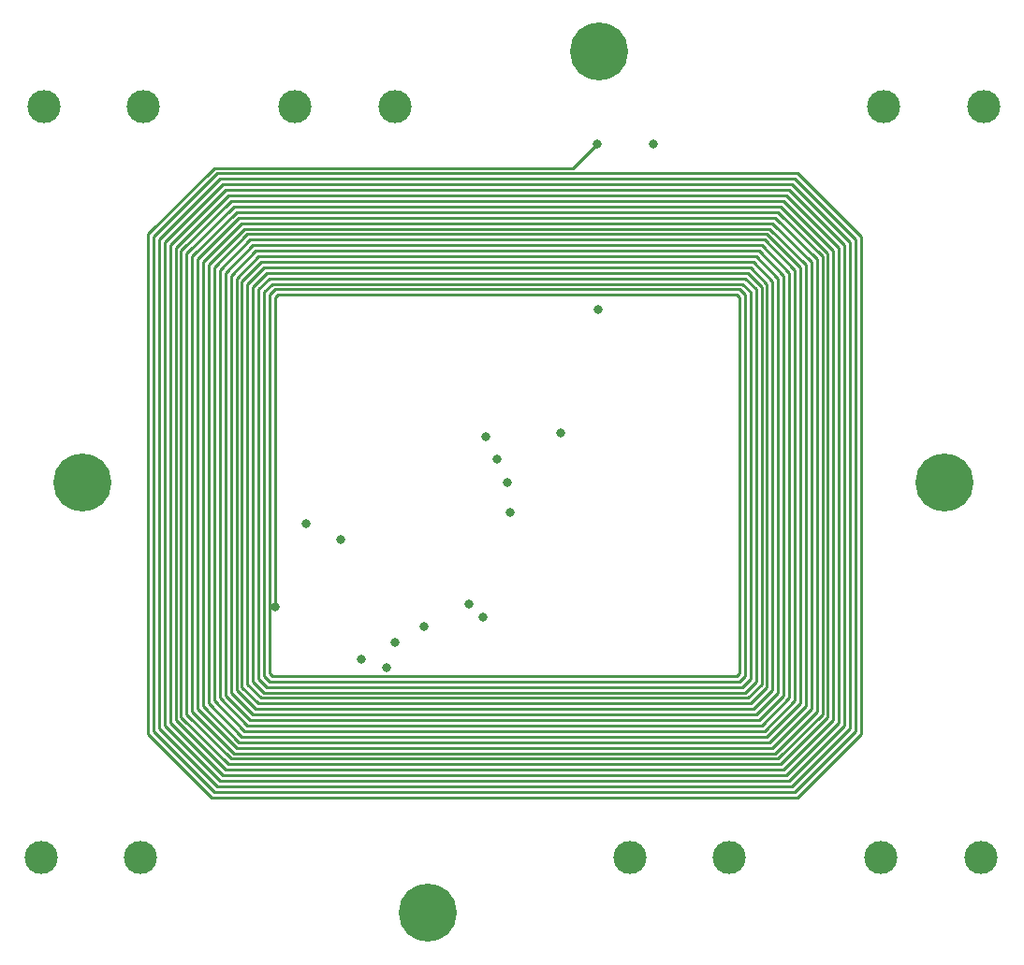
<source format=gbr>
%TF.GenerationSoftware,KiCad,Pcbnew,(5.1.10)-1*%
%TF.CreationDate,2022-06-07T21:04:52-07:00*%
%TF.ProjectId,solar-panel-side-Z,736f6c61-722d-4706-916e-656c2d736964,1.1*%
%TF.SameCoordinates,Original*%
%TF.FileFunction,Copper,L3,Inr*%
%TF.FilePolarity,Positive*%
%FSLAX46Y46*%
G04 Gerber Fmt 4.6, Leading zero omitted, Abs format (unit mm)*
G04 Created by KiCad (PCBNEW (5.1.10)-1) date 2022-06-07 21:04:52*
%MOMM*%
%LPD*%
G01*
G04 APERTURE LIST*
%TA.AperFunction,ComponentPad*%
%ADD10C,3.000000*%
%TD*%
%TA.AperFunction,ComponentPad*%
%ADD11C,5.250000*%
%TD*%
%TA.AperFunction,ViaPad*%
%ADD12C,0.800000*%
%TD*%
%TA.AperFunction,Conductor*%
%ADD13C,0.250000*%
%TD*%
G04 APERTURE END LIST*
D10*
%TO.N,Net-(SC5-Pad2)*%
%TO.C,SC5*%
X160000000Y-119000000D03*
%TO.N,Net-(SC4-Pad2)*%
X169000000Y-119000000D03*
%TD*%
D11*
%TO.N,Net-(J5-Pad1)*%
%TO.C,J5*%
X188500000Y-85000000D03*
%TD*%
%TO.N,Net-(J4-Pad1)*%
%TO.C,J4*%
X157250000Y-46000000D03*
%TD*%
%TO.N,Net-(J3-Pad1)*%
%TO.C,J3*%
X141750000Y-124000000D03*
%TD*%
%TO.N,Net-(J2-Pad1)*%
%TO.C,J2*%
X110500000Y-85000000D03*
%TD*%
D10*
%TO.N,Net-(D2-Pad2)*%
%TO.C,SC4*%
X191750000Y-119000000D03*
%TO.N,Net-(SC4-Pad2)*%
X182750000Y-119000000D03*
%TD*%
%TO.N,Net-(SC5-Pad2)*%
%TO.C,SC6*%
X115750000Y-119000000D03*
%TO.N,GND*%
X106750000Y-119000000D03*
%TD*%
%TO.N,Net-(SC2-Pad2)*%
%TO.C,SC3*%
X183000000Y-51000000D03*
%TO.N,GND*%
X192000000Y-51000000D03*
%TD*%
%TO.N,Net-(SC2-Pad2)*%
%TO.C,SC2*%
X138750000Y-51000000D03*
%TO.N,Net-(SC1-Pad2)*%
X129750000Y-51000000D03*
%TD*%
%TO.N,Net-(SC1-Pad2)*%
%TO.C,SC1*%
X116006000Y-51008000D03*
%TO.N,Net-(D1-Pad2)*%
X107006000Y-51008000D03*
%TD*%
D12*
%TO.N,GND*%
X157110000Y-69390000D03*
X153750000Y-80500000D03*
X138000000Y-101750000D03*
X130750000Y-88750000D03*
%TO.N,+3V3*%
X141425001Y-98054501D03*
X148971000Y-85026500D03*
%TO.N,VSOLAR*%
X149161500Y-87757000D03*
X133889750Y-90201750D03*
%TO.N,SDA*%
X145500000Y-96000000D03*
X135750000Y-101000000D03*
X147002500Y-80835500D03*
%TO.N,SCL*%
X146750000Y-97250000D03*
X138771500Y-99465000D03*
X148000000Y-82931000D03*
%TO.N,Net-(U2-Pad6)*%
X162110000Y-54352000D03*
X157030000Y-54352000D03*
X127952500Y-96266000D03*
%TD*%
D13*
%TO.N,Net-(U2-Pad6)*%
X127924000Y-93782000D02*
X127924000Y-93782000D01*
X153622000Y-56532000D02*
X154850000Y-56532000D01*
X152818000Y-56532000D02*
X153622000Y-56532000D01*
X154850000Y-56532000D02*
X157030000Y-54352000D01*
X127924000Y-93782000D02*
X127924000Y-93782000D01*
X127924000Y-68282000D02*
X127924000Y-96237500D01*
X128174000Y-68032000D02*
X127924000Y-68282000D01*
X169924000Y-68282000D02*
X169674000Y-68032000D01*
X169924000Y-102282000D02*
X169924000Y-68282000D01*
X169674000Y-102532000D02*
X169924000Y-102282000D01*
X127674000Y-102532000D02*
X169674000Y-102532000D01*
X127424000Y-102282000D02*
X127674000Y-102532000D01*
X127424000Y-68032000D02*
X127424000Y-102282000D01*
X127924000Y-67532000D02*
X127424000Y-68032000D01*
X169924000Y-67532000D02*
X127924000Y-67532000D01*
X170424000Y-68032000D02*
X169924000Y-67532000D01*
X170424000Y-102532000D02*
X170424000Y-68032000D01*
X169924000Y-103032000D02*
X170424000Y-102532000D01*
X127424000Y-103032000D02*
X169924000Y-103032000D01*
X126924000Y-102532000D02*
X127424000Y-103032000D01*
X126924000Y-67782000D02*
X126924000Y-102532000D01*
X127674000Y-67032000D02*
X126924000Y-67782000D01*
X170174000Y-67032000D02*
X127674000Y-67032000D01*
X170924000Y-67782000D02*
X170174000Y-67032000D01*
X170924000Y-102782000D02*
X170924000Y-67782000D01*
X170174000Y-103532000D02*
X170924000Y-102782000D01*
X127174000Y-103532000D02*
X170174000Y-103532000D01*
X126424000Y-102782000D02*
X127174000Y-103532000D01*
X126424000Y-67532000D02*
X126424000Y-102782000D01*
X127424000Y-66532000D02*
X126424000Y-67532000D01*
X170424000Y-66532000D02*
X127424000Y-66532000D01*
X171424000Y-67532000D02*
X170424000Y-66532000D01*
X171424000Y-103032000D02*
X171424000Y-67532000D01*
X170424000Y-104032000D02*
X171424000Y-103032000D01*
X126924000Y-104032000D02*
X170424000Y-104032000D01*
X125924000Y-103032000D02*
X126924000Y-104032000D01*
X125924000Y-67282000D02*
X125924000Y-103032000D01*
X127174000Y-66032000D02*
X125924000Y-67282000D01*
X170674000Y-66032000D02*
X127174000Y-66032000D01*
X171924000Y-67282000D02*
X170674000Y-66032000D01*
X171924000Y-103282000D02*
X171924000Y-67282000D01*
X170674000Y-104532000D02*
X171924000Y-103282000D01*
X126674000Y-104532000D02*
X170674000Y-104532000D01*
X125424000Y-103282000D02*
X126674000Y-104532000D01*
X125424000Y-67032000D02*
X125424000Y-103282000D01*
X126924000Y-65532000D02*
X125424000Y-67032000D01*
X170924000Y-65532000D02*
X126924000Y-65532000D01*
X172424000Y-67032000D02*
X170924000Y-65532000D01*
X172424000Y-103532000D02*
X172424000Y-67032000D01*
X126424000Y-105032000D02*
X170924000Y-105032000D01*
X124924000Y-103532000D02*
X126424000Y-105032000D01*
X124924000Y-66782000D02*
X124924000Y-103532000D01*
X126674000Y-65032000D02*
X124924000Y-66782000D01*
X172924000Y-103782000D02*
X172924000Y-66782000D01*
X171174000Y-105532000D02*
X172924000Y-103782000D01*
X126174000Y-105532000D02*
X171174000Y-105532000D01*
X124424000Y-103782000D02*
X126174000Y-105532000D01*
X124424000Y-66532000D02*
X124424000Y-103782000D01*
X126424000Y-64532000D02*
X124424000Y-66532000D01*
X171424000Y-64532000D02*
X126424000Y-64532000D01*
X173424000Y-66532000D02*
X171424000Y-64532000D01*
X119924000Y-64282000D02*
X119924000Y-106032000D01*
X153622000Y-56532000D02*
X122424000Y-56532000D01*
X124174000Y-60032000D02*
X119924000Y-64282000D01*
X177924000Y-106282000D02*
X177924000Y-64282000D01*
X123674000Y-110532000D02*
X173674000Y-110532000D01*
X169674000Y-68032000D02*
X128174000Y-68032000D01*
X180924000Y-62782000D02*
X175174000Y-57032000D01*
X119424000Y-64032000D02*
X119424000Y-106282000D01*
X123924000Y-59532000D02*
X119424000Y-64032000D01*
X178424000Y-106532000D02*
X178424000Y-64032000D01*
X173924000Y-111032000D02*
X178424000Y-106532000D01*
X127924000Y-96237500D02*
X127952500Y-96266000D01*
X175174000Y-113532000D02*
X180924000Y-107782000D01*
X123424000Y-111032000D02*
X173924000Y-111032000D01*
X122174000Y-113532000D02*
X175174000Y-113532000D01*
X118924000Y-106532000D02*
X123424000Y-111032000D01*
X172924000Y-66782000D02*
X171174000Y-65032000D01*
X174924000Y-113032000D02*
X180424000Y-107532000D01*
X118924000Y-63782000D02*
X118924000Y-106532000D01*
X123674000Y-59032000D02*
X118924000Y-63782000D01*
X178924000Y-63782000D02*
X174174000Y-59032000D01*
X180924000Y-107782000D02*
X180924000Y-62782000D01*
X178924000Y-106782000D02*
X178924000Y-63782000D01*
X177924000Y-64282000D02*
X173674000Y-60032000D01*
X174174000Y-111532000D02*
X178924000Y-106782000D01*
X123174000Y-111532000D02*
X174174000Y-111532000D01*
X118424000Y-106782000D02*
X123174000Y-111532000D01*
X123424000Y-58532000D02*
X118424000Y-63532000D01*
X174424000Y-58532000D02*
X123424000Y-58532000D01*
X179424000Y-63532000D02*
X174424000Y-58532000D01*
X179424000Y-107032000D02*
X179424000Y-63532000D01*
X116424000Y-107782000D02*
X122174000Y-113532000D01*
X117924000Y-107032000D02*
X122924000Y-112032000D01*
X171174000Y-65032000D02*
X126674000Y-65032000D01*
X122424000Y-113032000D02*
X174924000Y-113032000D01*
X176924000Y-64782000D02*
X173174000Y-61032000D01*
X118424000Y-63532000D02*
X118424000Y-106782000D01*
X117924000Y-63282000D02*
X117924000Y-107032000D01*
X170924000Y-105032000D02*
X172424000Y-103532000D01*
X174924000Y-57532000D02*
X122924000Y-57532000D01*
X173174000Y-109532000D02*
X176924000Y-105782000D01*
X174424000Y-112032000D02*
X179424000Y-107032000D01*
X116424000Y-62532000D02*
X116424000Y-107782000D01*
X117424000Y-107282000D02*
X122674000Y-112532000D01*
X119424000Y-106282000D02*
X123674000Y-110532000D01*
X125674000Y-63032000D02*
X122924000Y-65782000D01*
X124174000Y-109532000D02*
X173174000Y-109532000D01*
X122424000Y-56532000D02*
X116424000Y-62532000D01*
X123924000Y-110032000D02*
X173424000Y-110032000D01*
X179924000Y-63282000D02*
X174674000Y-58032000D01*
X178424000Y-64032000D02*
X173924000Y-59532000D01*
X174174000Y-59032000D02*
X123674000Y-59032000D01*
X123924000Y-66282000D02*
X123924000Y-104032000D01*
X173674000Y-110532000D02*
X177924000Y-106282000D01*
X173674000Y-60032000D02*
X124174000Y-60032000D01*
X122674000Y-112532000D02*
X174674000Y-112532000D01*
X173924000Y-59532000D02*
X123924000Y-59532000D01*
X180424000Y-107532000D02*
X180424000Y-63032000D01*
X122924000Y-112032000D02*
X174424000Y-112032000D01*
X117424000Y-63032000D02*
X117424000Y-107282000D01*
X174674000Y-112532000D02*
X179924000Y-107282000D01*
X179924000Y-107282000D02*
X179924000Y-63282000D01*
X175424000Y-105032000D02*
X175424000Y-65532000D01*
X180424000Y-63032000D02*
X174924000Y-57532000D01*
X120424000Y-105782000D02*
X124174000Y-109532000D01*
X174674000Y-58032000D02*
X123174000Y-58032000D01*
X123174000Y-58032000D02*
X117924000Y-63282000D01*
X119924000Y-106032000D02*
X123924000Y-110032000D01*
X173424000Y-110032000D02*
X177424000Y-106032000D01*
X177424000Y-106032000D02*
X177424000Y-64532000D01*
X177424000Y-64532000D02*
X173424000Y-60532000D01*
X173424000Y-60532000D02*
X124424000Y-60532000D01*
X124424000Y-60532000D02*
X120424000Y-64532000D01*
X120424000Y-64532000D02*
X120424000Y-105782000D01*
X176924000Y-105782000D02*
X176924000Y-64782000D01*
X173174000Y-61032000D02*
X124674000Y-61032000D01*
X124674000Y-61032000D02*
X120924000Y-64782000D01*
X120924000Y-64782000D02*
X120924000Y-105532000D01*
X120924000Y-105532000D02*
X124424000Y-109032000D01*
X174424000Y-66032000D02*
X171924000Y-63532000D01*
X124424000Y-109032000D02*
X172924000Y-109032000D01*
X125674000Y-106532000D02*
X171674000Y-106532000D01*
X172924000Y-109032000D02*
X176424000Y-105532000D01*
X171924000Y-63532000D02*
X125924000Y-63532000D01*
X176424000Y-105532000D02*
X176424000Y-65032000D01*
X123424000Y-104282000D02*
X125674000Y-106532000D01*
X176424000Y-65032000D02*
X172924000Y-61532000D01*
X172924000Y-61532000D02*
X124924000Y-61532000D01*
X174924000Y-65782000D02*
X172174000Y-63032000D01*
X124924000Y-61532000D02*
X121424000Y-65032000D01*
X121424000Y-65032000D02*
X121424000Y-105282000D01*
X175174000Y-57032000D02*
X122674000Y-57032000D01*
X122424000Y-104782000D02*
X125174000Y-107532000D01*
X121424000Y-105282000D02*
X124674000Y-108532000D01*
X124674000Y-108532000D02*
X172674000Y-108532000D01*
X172674000Y-108532000D02*
X175924000Y-105282000D01*
X116924000Y-62782000D02*
X116924000Y-107532000D01*
X174924000Y-104782000D02*
X174924000Y-65782000D01*
X175924000Y-105282000D02*
X175924000Y-65282000D01*
X122924000Y-57532000D02*
X117424000Y-63032000D01*
X175924000Y-65282000D02*
X172674000Y-62032000D01*
X122674000Y-57032000D02*
X116924000Y-62782000D01*
X122924000Y-65782000D02*
X122924000Y-104532000D01*
X172674000Y-62032000D02*
X125174000Y-62032000D01*
X116924000Y-107532000D02*
X122424000Y-113032000D01*
X171674000Y-64032000D02*
X126174000Y-64032000D01*
X125174000Y-62032000D02*
X121924000Y-65282000D01*
X121924000Y-65282000D02*
X121924000Y-105032000D01*
X121924000Y-105032000D02*
X124924000Y-108032000D01*
X124924000Y-108032000D02*
X172424000Y-108032000D01*
X172424000Y-108032000D02*
X175424000Y-105032000D01*
X175424000Y-65532000D02*
X172424000Y-62532000D01*
X172424000Y-62532000D02*
X125424000Y-62532000D01*
X125424000Y-62532000D02*
X122424000Y-65532000D01*
X122424000Y-65532000D02*
X122424000Y-104782000D01*
X125174000Y-107532000D02*
X172174000Y-107532000D01*
X172174000Y-107532000D02*
X174924000Y-104782000D01*
X172174000Y-63032000D02*
X125674000Y-63032000D01*
X122924000Y-104532000D02*
X125424000Y-107032000D01*
X125424000Y-107032000D02*
X171924000Y-107032000D01*
X171924000Y-107032000D02*
X174424000Y-104532000D01*
X174424000Y-104532000D02*
X174424000Y-66032000D01*
X125924000Y-63532000D02*
X123424000Y-66032000D01*
X123424000Y-66032000D02*
X123424000Y-104282000D01*
X171674000Y-106532000D02*
X173924000Y-104282000D01*
X173924000Y-104282000D02*
X173924000Y-66282000D01*
X173924000Y-66282000D02*
X171674000Y-64032000D01*
X126174000Y-64032000D02*
X123924000Y-66282000D01*
X123924000Y-104032000D02*
X125924000Y-106032000D01*
X125924000Y-106032000D02*
X171424000Y-106032000D01*
X171424000Y-106032000D02*
X173424000Y-104032000D01*
X173424000Y-104032000D02*
X173424000Y-66532000D01*
%TD*%
M02*

</source>
